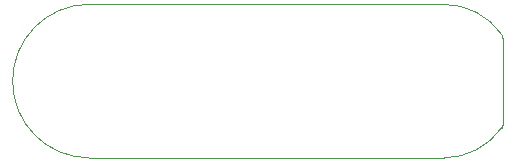
<source format=gbr>
G04 #@! TF.GenerationSoftware,KiCad,Pcbnew,6.0.9-8da3e8f707~116~ubuntu22.04.1*
G04 #@! TF.CreationDate,2022-12-14T18:32:49+01:00*
G04 #@! TF.ProjectId,nRF52832_qfaa,6e524635-3238-4333-925f-716661612e6b,rev?*
G04 #@! TF.SameCoordinates,Original*
G04 #@! TF.FileFunction,Profile,NP*
%FSLAX45Y45*%
G04 Gerber Fmt 4.5, Leading zero omitted, Abs format (unit mm)*
G04 Created by KiCad (PCBNEW 6.0.9-8da3e8f707~116~ubuntu22.04.1) date 2022-12-14 18:32:49*
%MOMM*%
%LPD*%
G01*
G04 APERTURE LIST*
G04 #@! TA.AperFunction,Profile*
%ADD10C,0.050000*%
G04 #@! TD*
G04 APERTURE END LIST*
D10*
X6596280Y-2883460D02*
X3596280Y-2883460D01*
X3596280Y-4183460D02*
X6596280Y-4183460D01*
X7087819Y-3139383D02*
G75*
G03*
X6596280Y-2883460I-491539J-344077D01*
G01*
X7087819Y-3139383D02*
X7096280Y-3193310D01*
X7096280Y-3880396D02*
X7087819Y-3927537D01*
X7096280Y-3193310D02*
X7096280Y-3880396D01*
X3596280Y-2883460D02*
G75*
G03*
X3596280Y-4183460I0J-650000D01*
G01*
X6596280Y-4183460D02*
G75*
G03*
X7087819Y-3927537I0J600000D01*
G01*
M02*

</source>
